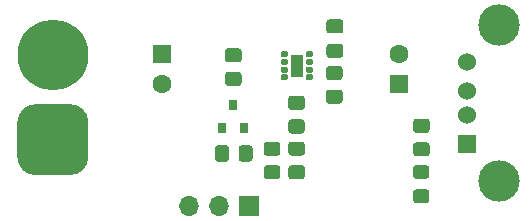
<source format=gbr>
%TF.GenerationSoftware,KiCad,Pcbnew,5.1.10*%
%TF.CreationDate,2021-11-10T11:09:16+01:00*%
%TF.ProjectId,Buck-Converter,4275636b-2d43-46f6-9e76-65727465722e,rev?*%
%TF.SameCoordinates,Original*%
%TF.FileFunction,Soldermask,Top*%
%TF.FilePolarity,Negative*%
%FSLAX46Y46*%
G04 Gerber Fmt 4.6, Leading zero omitted, Abs format (unit mm)*
G04 Created by KiCad (PCBNEW 5.1.10) date 2021-11-10 11:09:16*
%MOMM*%
%LPD*%
G01*
G04 APERTURE LIST*
%ADD10C,1.524000*%
%ADD11R,1.524000X1.524000*%
%ADD12C,3.500000*%
%ADD13R,1.100000X1.900000*%
%ADD14R,0.800000X0.900000*%
%ADD15C,6.000000*%
%ADD16O,1.700000X1.700000*%
%ADD17R,1.700000X1.700000*%
%ADD18C,1.600000*%
%ADD19R,1.600000X1.600000*%
G04 APERTURE END LIST*
D10*
%TO.C,J3*%
X126360000Y-71440000D03*
X126360000Y-73940000D03*
X126360000Y-75940000D03*
D11*
X126360000Y-78440000D03*
D12*
X129070000Y-81510000D03*
X129070000Y-68370000D03*
%TD*%
D13*
%TO.C,U1*%
X111940000Y-71790000D03*
G36*
G01*
X112690000Y-70940000D02*
X112690000Y-70690000D01*
G75*
G02*
X112815000Y-70565000I125000J0D01*
G01*
X113190000Y-70565000D01*
G75*
G02*
X113315000Y-70690000I0J-125000D01*
G01*
X113315000Y-70940000D01*
G75*
G02*
X113190000Y-71065000I-125000J0D01*
G01*
X112815000Y-71065000D01*
G75*
G02*
X112690000Y-70940000I0J125000D01*
G01*
G37*
G36*
G01*
X112690000Y-71590000D02*
X112690000Y-71340000D01*
G75*
G02*
X112815000Y-71215000I125000J0D01*
G01*
X113190000Y-71215000D01*
G75*
G02*
X113315000Y-71340000I0J-125000D01*
G01*
X113315000Y-71590000D01*
G75*
G02*
X113190000Y-71715000I-125000J0D01*
G01*
X112815000Y-71715000D01*
G75*
G02*
X112690000Y-71590000I0J125000D01*
G01*
G37*
G36*
G01*
X112690000Y-72240000D02*
X112690000Y-71990000D01*
G75*
G02*
X112815000Y-71865000I125000J0D01*
G01*
X113190000Y-71865000D01*
G75*
G02*
X113315000Y-71990000I0J-125000D01*
G01*
X113315000Y-72240000D01*
G75*
G02*
X113190000Y-72365000I-125000J0D01*
G01*
X112815000Y-72365000D01*
G75*
G02*
X112690000Y-72240000I0J125000D01*
G01*
G37*
G36*
G01*
X112690000Y-72890000D02*
X112690000Y-72640000D01*
G75*
G02*
X112815000Y-72515000I125000J0D01*
G01*
X113190000Y-72515000D01*
G75*
G02*
X113315000Y-72640000I0J-125000D01*
G01*
X113315000Y-72890000D01*
G75*
G02*
X113190000Y-73015000I-125000J0D01*
G01*
X112815000Y-73015000D01*
G75*
G02*
X112690000Y-72890000I0J125000D01*
G01*
G37*
G36*
G01*
X110565000Y-72890000D02*
X110565000Y-72640000D01*
G75*
G02*
X110690000Y-72515000I125000J0D01*
G01*
X111065000Y-72515000D01*
G75*
G02*
X111190000Y-72640000I0J-125000D01*
G01*
X111190000Y-72890000D01*
G75*
G02*
X111065000Y-73015000I-125000J0D01*
G01*
X110690000Y-73015000D01*
G75*
G02*
X110565000Y-72890000I0J125000D01*
G01*
G37*
G36*
G01*
X110565000Y-72240000D02*
X110565000Y-71990000D01*
G75*
G02*
X110690000Y-71865000I125000J0D01*
G01*
X111065000Y-71865000D01*
G75*
G02*
X111190000Y-71990000I0J-125000D01*
G01*
X111190000Y-72240000D01*
G75*
G02*
X111065000Y-72365000I-125000J0D01*
G01*
X110690000Y-72365000D01*
G75*
G02*
X110565000Y-72240000I0J125000D01*
G01*
G37*
G36*
G01*
X110565000Y-71590000D02*
X110565000Y-71340000D01*
G75*
G02*
X110690000Y-71215000I125000J0D01*
G01*
X111065000Y-71215000D01*
G75*
G02*
X111190000Y-71340000I0J-125000D01*
G01*
X111190000Y-71590000D01*
G75*
G02*
X111065000Y-71715000I-125000J0D01*
G01*
X110690000Y-71715000D01*
G75*
G02*
X110565000Y-71590000I0J125000D01*
G01*
G37*
G36*
G01*
X110565000Y-70940000D02*
X110565000Y-70690000D01*
G75*
G02*
X110690000Y-70565000I125000J0D01*
G01*
X111065000Y-70565000D01*
G75*
G02*
X111190000Y-70690000I0J-125000D01*
G01*
X111190000Y-70940000D01*
G75*
G02*
X111065000Y-71065000I-125000J0D01*
G01*
X110690000Y-71065000D01*
G75*
G02*
X110565000Y-70940000I0J125000D01*
G01*
G37*
%TD*%
%TO.C,R7*%
G36*
G01*
X122039999Y-78260000D02*
X122940001Y-78260000D01*
G75*
G02*
X123190000Y-78509999I0J-249999D01*
G01*
X123190000Y-79210001D01*
G75*
G02*
X122940001Y-79460000I-249999J0D01*
G01*
X122039999Y-79460000D01*
G75*
G02*
X121790000Y-79210001I0J249999D01*
G01*
X121790000Y-78509999D01*
G75*
G02*
X122039999Y-78260000I249999J0D01*
G01*
G37*
G36*
G01*
X122039999Y-76260000D02*
X122940001Y-76260000D01*
G75*
G02*
X123190000Y-76509999I0J-249999D01*
G01*
X123190000Y-77210001D01*
G75*
G02*
X122940001Y-77460000I-249999J0D01*
G01*
X122039999Y-77460000D01*
G75*
G02*
X121790000Y-77210001I0J249999D01*
G01*
X121790000Y-76509999D01*
G75*
G02*
X122039999Y-76260000I249999J0D01*
G01*
G37*
%TD*%
%TO.C,R6*%
G36*
G01*
X115560001Y-73000000D02*
X114659999Y-73000000D01*
G75*
G02*
X114410000Y-72750001I0J249999D01*
G01*
X114410000Y-72049999D01*
G75*
G02*
X114659999Y-71800000I249999J0D01*
G01*
X115560001Y-71800000D01*
G75*
G02*
X115810000Y-72049999I0J-249999D01*
G01*
X115810000Y-72750001D01*
G75*
G02*
X115560001Y-73000000I-249999J0D01*
G01*
G37*
G36*
G01*
X115560001Y-75000000D02*
X114659999Y-75000000D01*
G75*
G02*
X114410000Y-74750001I0J249999D01*
G01*
X114410000Y-74049999D01*
G75*
G02*
X114659999Y-73800000I249999J0D01*
G01*
X115560001Y-73800000D01*
G75*
G02*
X115810000Y-74049999I0J-249999D01*
G01*
X115810000Y-74750001D01*
G75*
G02*
X115560001Y-75000000I-249999J0D01*
G01*
G37*
%TD*%
%TO.C,R5*%
G36*
G01*
X110290001Y-79410000D02*
X109389999Y-79410000D01*
G75*
G02*
X109140000Y-79160001I0J249999D01*
G01*
X109140000Y-78459999D01*
G75*
G02*
X109389999Y-78210000I249999J0D01*
G01*
X110290001Y-78210000D01*
G75*
G02*
X110540000Y-78459999I0J-249999D01*
G01*
X110540000Y-79160001D01*
G75*
G02*
X110290001Y-79410000I-249999J0D01*
G01*
G37*
G36*
G01*
X110290001Y-81410000D02*
X109389999Y-81410000D01*
G75*
G02*
X109140000Y-81160001I0J249999D01*
G01*
X109140000Y-80459999D01*
G75*
G02*
X109389999Y-80210000I249999J0D01*
G01*
X110290001Y-80210000D01*
G75*
G02*
X110540000Y-80459999I0J-249999D01*
G01*
X110540000Y-81160001D01*
G75*
G02*
X110290001Y-81410000I-249999J0D01*
G01*
G37*
%TD*%
%TO.C,R4*%
G36*
G01*
X111469999Y-80200000D02*
X112370001Y-80200000D01*
G75*
G02*
X112620000Y-80449999I0J-249999D01*
G01*
X112620000Y-81150001D01*
G75*
G02*
X112370001Y-81400000I-249999J0D01*
G01*
X111469999Y-81400000D01*
G75*
G02*
X111220000Y-81150001I0J249999D01*
G01*
X111220000Y-80449999D01*
G75*
G02*
X111469999Y-80200000I249999J0D01*
G01*
G37*
G36*
G01*
X111469999Y-78200000D02*
X112370001Y-78200000D01*
G75*
G02*
X112620000Y-78449999I0J-249999D01*
G01*
X112620000Y-79150001D01*
G75*
G02*
X112370001Y-79400000I-249999J0D01*
G01*
X111469999Y-79400000D01*
G75*
G02*
X111220000Y-79150001I0J249999D01*
G01*
X111220000Y-78449999D01*
G75*
G02*
X111469999Y-78200000I249999J0D01*
G01*
G37*
%TD*%
%TO.C,R3*%
G36*
G01*
X111459999Y-76320000D02*
X112360001Y-76320000D01*
G75*
G02*
X112610000Y-76569999I0J-249999D01*
G01*
X112610000Y-77270001D01*
G75*
G02*
X112360001Y-77520000I-249999J0D01*
G01*
X111459999Y-77520000D01*
G75*
G02*
X111210000Y-77270001I0J249999D01*
G01*
X111210000Y-76569999D01*
G75*
G02*
X111459999Y-76320000I249999J0D01*
G01*
G37*
G36*
G01*
X111459999Y-74320000D02*
X112360001Y-74320000D01*
G75*
G02*
X112610000Y-74569999I0J-249999D01*
G01*
X112610000Y-75270001D01*
G75*
G02*
X112360001Y-75520000I-249999J0D01*
G01*
X111459999Y-75520000D01*
G75*
G02*
X111210000Y-75270001I0J249999D01*
G01*
X111210000Y-74569999D01*
G75*
G02*
X111459999Y-74320000I249999J0D01*
G01*
G37*
%TD*%
%TO.C,R2*%
G36*
G01*
X106109999Y-72300000D02*
X107010001Y-72300000D01*
G75*
G02*
X107260000Y-72549999I0J-249999D01*
G01*
X107260000Y-73250001D01*
G75*
G02*
X107010001Y-73500000I-249999J0D01*
G01*
X106109999Y-73500000D01*
G75*
G02*
X105860000Y-73250001I0J249999D01*
G01*
X105860000Y-72549999D01*
G75*
G02*
X106109999Y-72300000I249999J0D01*
G01*
G37*
G36*
G01*
X106109999Y-70300000D02*
X107010001Y-70300000D01*
G75*
G02*
X107260000Y-70549999I0J-249999D01*
G01*
X107260000Y-71250001D01*
G75*
G02*
X107010001Y-71500000I-249999J0D01*
G01*
X106109999Y-71500000D01*
G75*
G02*
X105860000Y-71250001I0J249999D01*
G01*
X105860000Y-70549999D01*
G75*
G02*
X106109999Y-70300000I249999J0D01*
G01*
G37*
%TD*%
%TO.C,R1*%
G36*
G01*
X107000000Y-79660001D02*
X107000000Y-78759999D01*
G75*
G02*
X107249999Y-78510000I249999J0D01*
G01*
X107950001Y-78510000D01*
G75*
G02*
X108200000Y-78759999I0J-249999D01*
G01*
X108200000Y-79660001D01*
G75*
G02*
X107950001Y-79910000I-249999J0D01*
G01*
X107249999Y-79910000D01*
G75*
G02*
X107000000Y-79660001I0J249999D01*
G01*
G37*
G36*
G01*
X105000000Y-79660001D02*
X105000000Y-78759999D01*
G75*
G02*
X105249999Y-78510000I249999J0D01*
G01*
X105950001Y-78510000D01*
G75*
G02*
X106200000Y-78759999I0J-249999D01*
G01*
X106200000Y-79660001D01*
G75*
G02*
X105950001Y-79910000I-249999J0D01*
G01*
X105249999Y-79910000D01*
G75*
G02*
X105000000Y-79660001I0J249999D01*
G01*
G37*
%TD*%
D14*
%TO.C,Q1*%
X106550000Y-75090000D03*
X107500000Y-77090000D03*
X105600000Y-77090000D03*
%TD*%
%TO.C,J2*%
G36*
G01*
X92780000Y-81040000D02*
X89780000Y-81040000D01*
G75*
G02*
X88280000Y-79540000I0J1500000D01*
G01*
X88280000Y-76540000D01*
G75*
G02*
X89780000Y-75040000I1500000J0D01*
G01*
X92780000Y-75040000D01*
G75*
G02*
X94280000Y-76540000I0J-1500000D01*
G01*
X94280000Y-79540000D01*
G75*
G02*
X92780000Y-81040000I-1500000J0D01*
G01*
G37*
D15*
X91280000Y-70840000D03*
%TD*%
D16*
%TO.C,J1*%
X102840000Y-83630000D03*
X105380000Y-83630000D03*
D17*
X107920000Y-83630000D03*
%TD*%
%TO.C,D1*%
G36*
G01*
X122920001Y-81360000D02*
X122019999Y-81360000D01*
G75*
G02*
X121770000Y-81110001I0J249999D01*
G01*
X121770000Y-80459999D01*
G75*
G02*
X122019999Y-80210000I249999J0D01*
G01*
X122920001Y-80210000D01*
G75*
G02*
X123170000Y-80459999I0J-249999D01*
G01*
X123170000Y-81110001D01*
G75*
G02*
X122920001Y-81360000I-249999J0D01*
G01*
G37*
G36*
G01*
X122920001Y-83410000D02*
X122019999Y-83410000D01*
G75*
G02*
X121770000Y-83160001I0J249999D01*
G01*
X121770000Y-82509999D01*
G75*
G02*
X122019999Y-82260000I249999J0D01*
G01*
X122920001Y-82260000D01*
G75*
G02*
X123170000Y-82509999I0J-249999D01*
G01*
X123170000Y-83160001D01*
G75*
G02*
X122920001Y-83410000I-249999J0D01*
G01*
G37*
%TD*%
D18*
%TO.C,C3*%
X120550000Y-70830000D03*
D19*
X120550000Y-73330000D03*
%TD*%
%TO.C,C2*%
G36*
G01*
X115635000Y-69040000D02*
X114685000Y-69040000D01*
G75*
G02*
X114435000Y-68790000I0J250000D01*
G01*
X114435000Y-68115000D01*
G75*
G02*
X114685000Y-67865000I250000J0D01*
G01*
X115635000Y-67865000D01*
G75*
G02*
X115885000Y-68115000I0J-250000D01*
G01*
X115885000Y-68790000D01*
G75*
G02*
X115635000Y-69040000I-250000J0D01*
G01*
G37*
G36*
G01*
X115635000Y-71115000D02*
X114685000Y-71115000D01*
G75*
G02*
X114435000Y-70865000I0J250000D01*
G01*
X114435000Y-70190000D01*
G75*
G02*
X114685000Y-69940000I250000J0D01*
G01*
X115635000Y-69940000D01*
G75*
G02*
X115885000Y-70190000I0J-250000D01*
G01*
X115885000Y-70865000D01*
G75*
G02*
X115635000Y-71115000I-250000J0D01*
G01*
G37*
%TD*%
D18*
%TO.C,C1*%
X100490000Y-73320000D03*
D19*
X100490000Y-70820000D03*
%TD*%
M02*

</source>
